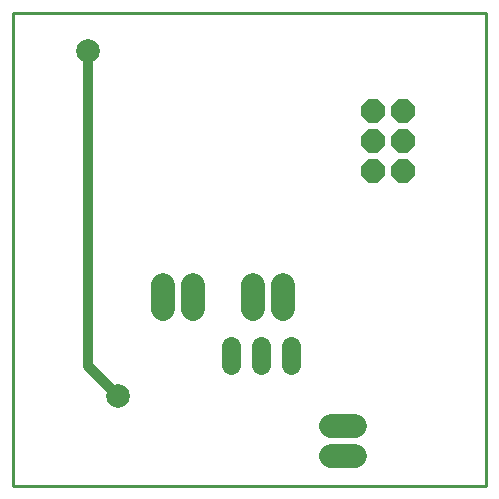
<source format=gbr>
G04 EAGLE Gerber RS-274X export*
G75*
%MOMM*%
%FSLAX34Y34*%
%LPD*%
%INBottom Copper*%
%IPPOS*%
%AMOC8*
5,1,8,0,0,1.08239X$1,22.5*%
G01*
G04 Define Apertures*
%ADD10P,2.1821X8X112.5*%
%ADD11C,2.016000*%
%ADD12C,1.600000*%
%ADD13C,2.000000*%
%ADD14C,0.812800*%
%ADD15C,0.254000*%
D10*
X304800Y266700D03*
X330200Y266700D03*
X304800Y292100D03*
X330200Y292100D03*
X304800Y317500D03*
X330200Y317500D03*
D11*
X203200Y170080D02*
X203200Y149920D01*
X228600Y149920D02*
X228600Y170080D01*
X127000Y170080D02*
X127000Y149920D01*
X152400Y149920D02*
X152400Y170080D01*
X269320Y50800D02*
X289480Y50800D01*
X289480Y25400D02*
X269320Y25400D01*
D12*
X235400Y102000D02*
X235400Y118000D01*
X210000Y118000D02*
X210000Y102000D01*
X184600Y102000D02*
X184600Y118000D01*
D13*
X88900Y76200D03*
X63500Y368300D03*
D14*
X63500Y101600D01*
X88900Y76200D01*
D15*
X0Y0D02*
X400000Y0D01*
X400000Y400000D01*
X0Y400000D01*
X0Y0D01*
M02*

</source>
